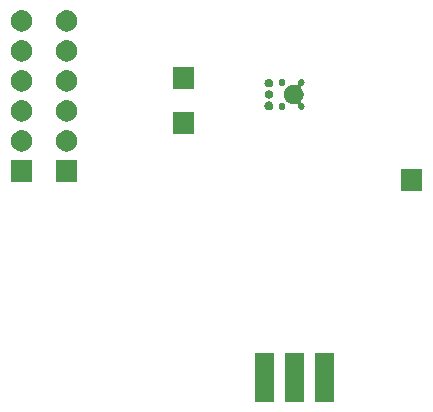
<source format=gbs>
G04 #@! TF.GenerationSoftware,KiCad,Pcbnew,(5.1.6)-1*
G04 #@! TF.CreationDate,2020-10-27T13:23:37+01:00*
G04 #@! TF.ProjectId,SoundModulev2,536f756e-644d-46f6-9475-6c6576322e6b,rev?*
G04 #@! TF.SameCoordinates,Original*
G04 #@! TF.FileFunction,Soldermask,Bot*
G04 #@! TF.FilePolarity,Negative*
%FSLAX46Y46*%
G04 Gerber Fmt 4.6, Leading zero omitted, Abs format (unit mm)*
G04 Created by KiCad (PCBNEW (5.1.6)-1) date 2020-10-27 13:23:37*
%MOMM*%
%LPD*%
G01*
G04 APERTURE LIST*
%ADD10C,0.100000*%
G04 APERTURE END LIST*
D10*
G36*
X120754340Y-103969520D02*
G01*
X119128340Y-103969520D01*
X119128340Y-99867520D01*
X120754340Y-99867520D01*
X120754340Y-103969520D01*
G37*
G36*
X123294340Y-103969520D02*
G01*
X121668340Y-103969520D01*
X121668340Y-99867520D01*
X123294340Y-99867520D01*
X123294340Y-103969520D01*
G37*
G36*
X125834340Y-103969520D02*
G01*
X124208340Y-103969520D01*
X124208340Y-99867520D01*
X125834340Y-99867520D01*
X125834340Y-103969520D01*
G37*
G36*
X133306120Y-86097680D02*
G01*
X131504120Y-86097680D01*
X131504120Y-84295680D01*
X133306120Y-84295680D01*
X133306120Y-86097680D01*
G37*
G36*
X104096120Y-85335680D02*
G01*
X102294120Y-85335680D01*
X102294120Y-83533680D01*
X104096120Y-83533680D01*
X104096120Y-85335680D01*
G37*
G36*
X100286120Y-85335680D02*
G01*
X98484120Y-85335680D01*
X98484120Y-83533680D01*
X100286120Y-83533680D01*
X100286120Y-85335680D01*
G37*
G36*
X103308632Y-80998607D02*
G01*
X103457932Y-81028304D01*
X103621904Y-81096224D01*
X103769474Y-81194827D01*
X103894973Y-81320326D01*
X103993576Y-81467896D01*
X104061496Y-81631868D01*
X104096120Y-81805939D01*
X104096120Y-81983421D01*
X104061496Y-82157492D01*
X103993576Y-82321464D01*
X103894973Y-82469034D01*
X103769474Y-82594533D01*
X103621904Y-82693136D01*
X103457932Y-82761056D01*
X103308632Y-82790753D01*
X103283862Y-82795680D01*
X103106378Y-82795680D01*
X103081608Y-82790753D01*
X102932308Y-82761056D01*
X102768336Y-82693136D01*
X102620766Y-82594533D01*
X102495267Y-82469034D01*
X102396664Y-82321464D01*
X102328744Y-82157492D01*
X102294120Y-81983421D01*
X102294120Y-81805939D01*
X102328744Y-81631868D01*
X102396664Y-81467896D01*
X102495267Y-81320326D01*
X102620766Y-81194827D01*
X102768336Y-81096224D01*
X102932308Y-81028304D01*
X103081608Y-80998607D01*
X103106378Y-80993680D01*
X103283862Y-80993680D01*
X103308632Y-80998607D01*
G37*
G36*
X99498632Y-80998607D02*
G01*
X99647932Y-81028304D01*
X99811904Y-81096224D01*
X99959474Y-81194827D01*
X100084973Y-81320326D01*
X100183576Y-81467896D01*
X100251496Y-81631868D01*
X100286120Y-81805939D01*
X100286120Y-81983421D01*
X100251496Y-82157492D01*
X100183576Y-82321464D01*
X100084973Y-82469034D01*
X99959474Y-82594533D01*
X99811904Y-82693136D01*
X99647932Y-82761056D01*
X99498632Y-82790753D01*
X99473862Y-82795680D01*
X99296378Y-82795680D01*
X99271608Y-82790753D01*
X99122308Y-82761056D01*
X98958336Y-82693136D01*
X98810766Y-82594533D01*
X98685267Y-82469034D01*
X98586664Y-82321464D01*
X98518744Y-82157492D01*
X98484120Y-81983421D01*
X98484120Y-81805939D01*
X98518744Y-81631868D01*
X98586664Y-81467896D01*
X98685267Y-81320326D01*
X98810766Y-81194827D01*
X98958336Y-81096224D01*
X99122308Y-81028304D01*
X99271608Y-80998607D01*
X99296378Y-80993680D01*
X99473862Y-80993680D01*
X99498632Y-80998607D01*
G37*
G36*
X114002120Y-81271680D02*
G01*
X112200120Y-81271680D01*
X112200120Y-79469680D01*
X114002120Y-79469680D01*
X114002120Y-81271680D01*
G37*
G36*
X99498632Y-78458607D02*
G01*
X99647932Y-78488304D01*
X99811904Y-78556224D01*
X99959474Y-78654827D01*
X100084973Y-78780326D01*
X100183576Y-78927896D01*
X100251496Y-79091868D01*
X100277519Y-79222699D01*
X100284320Y-79256887D01*
X100286120Y-79265939D01*
X100286120Y-79443421D01*
X100251496Y-79617492D01*
X100183576Y-79781464D01*
X100084973Y-79929034D01*
X99959474Y-80054533D01*
X99811904Y-80153136D01*
X99647932Y-80221056D01*
X99498632Y-80250753D01*
X99473862Y-80255680D01*
X99296378Y-80255680D01*
X99271608Y-80250753D01*
X99122308Y-80221056D01*
X98958336Y-80153136D01*
X98810766Y-80054533D01*
X98685267Y-79929034D01*
X98586664Y-79781464D01*
X98518744Y-79617492D01*
X98484120Y-79443421D01*
X98484120Y-79265939D01*
X98485921Y-79256887D01*
X98492721Y-79222699D01*
X98518744Y-79091868D01*
X98586664Y-78927896D01*
X98685267Y-78780326D01*
X98810766Y-78654827D01*
X98958336Y-78556224D01*
X99122308Y-78488304D01*
X99271608Y-78458607D01*
X99296378Y-78453680D01*
X99473862Y-78453680D01*
X99498632Y-78458607D01*
G37*
G36*
X103308632Y-78458607D02*
G01*
X103457932Y-78488304D01*
X103621904Y-78556224D01*
X103769474Y-78654827D01*
X103894973Y-78780326D01*
X103993576Y-78927896D01*
X104061496Y-79091868D01*
X104087519Y-79222699D01*
X104094320Y-79256887D01*
X104096120Y-79265939D01*
X104096120Y-79443421D01*
X104061496Y-79617492D01*
X103993576Y-79781464D01*
X103894973Y-79929034D01*
X103769474Y-80054533D01*
X103621904Y-80153136D01*
X103457932Y-80221056D01*
X103308632Y-80250753D01*
X103283862Y-80255680D01*
X103106378Y-80255680D01*
X103081608Y-80250753D01*
X102932308Y-80221056D01*
X102768336Y-80153136D01*
X102620766Y-80054533D01*
X102495267Y-79929034D01*
X102396664Y-79781464D01*
X102328744Y-79617492D01*
X102294120Y-79443421D01*
X102294120Y-79265939D01*
X102295921Y-79256887D01*
X102302721Y-79222699D01*
X102328744Y-79091868D01*
X102396664Y-78927896D01*
X102495267Y-78780326D01*
X102620766Y-78654827D01*
X102768336Y-78556224D01*
X102932308Y-78488304D01*
X103081608Y-78458607D01*
X103106378Y-78453680D01*
X103283862Y-78453680D01*
X103308632Y-78458607D01*
G37*
G36*
X120339447Y-78532368D02*
G01*
X120361058Y-78543919D01*
X120384506Y-78551032D01*
X120440292Y-78562129D01*
X120440294Y-78562130D01*
X120440295Y-78562130D01*
X120508723Y-78590473D01*
X120570306Y-78631622D01*
X120622678Y-78683994D01*
X120663827Y-78745577D01*
X120692170Y-78814005D01*
X120692171Y-78814008D01*
X120706620Y-78886646D01*
X120706620Y-78960714D01*
X120698536Y-79001356D01*
X120692170Y-79033355D01*
X120663827Y-79101783D01*
X120622678Y-79163366D01*
X120570306Y-79215738D01*
X120508723Y-79256887D01*
X120440295Y-79285230D01*
X120440294Y-79285230D01*
X120440292Y-79285231D01*
X120367654Y-79299680D01*
X120293586Y-79299680D01*
X120220948Y-79285231D01*
X120220946Y-79285230D01*
X120220945Y-79285230D01*
X120152517Y-79256887D01*
X120090934Y-79215738D01*
X120038562Y-79163366D01*
X119997413Y-79101783D01*
X119969070Y-79033355D01*
X119962705Y-79001356D01*
X119954620Y-78960714D01*
X119954620Y-78886646D01*
X119969069Y-78814008D01*
X119969070Y-78814005D01*
X119997413Y-78745577D01*
X120038562Y-78683994D01*
X120090934Y-78631622D01*
X120152517Y-78590473D01*
X120220945Y-78562130D01*
X120220946Y-78562130D01*
X120220948Y-78562129D01*
X120276734Y-78551032D01*
X120300183Y-78543919D01*
X120321794Y-78532368D01*
X120330621Y-78525124D01*
X120339447Y-78532368D01*
G37*
G36*
X121512585Y-78703478D02*
G01*
X121563724Y-78724661D01*
X121609747Y-78755413D01*
X121648887Y-78794553D01*
X121679639Y-78840576D01*
X121700822Y-78891715D01*
X121711620Y-78946004D01*
X121711620Y-79001356D01*
X121700822Y-79055645D01*
X121679639Y-79106784D01*
X121648887Y-79152807D01*
X121609747Y-79191947D01*
X121563724Y-79222699D01*
X121512585Y-79243882D01*
X121458296Y-79254680D01*
X121402944Y-79254680D01*
X121348655Y-79243882D01*
X121297516Y-79222699D01*
X121251493Y-79191947D01*
X121212353Y-79152807D01*
X121181601Y-79106784D01*
X121160418Y-79055645D01*
X121149620Y-79001356D01*
X121149620Y-78946004D01*
X121160418Y-78891715D01*
X121181601Y-78840576D01*
X121212353Y-78794553D01*
X121251493Y-78755413D01*
X121297516Y-78724661D01*
X121348655Y-78703478D01*
X121402944Y-78692680D01*
X121458296Y-78692680D01*
X121512585Y-78703478D01*
G37*
G36*
X123152585Y-76673478D02*
G01*
X123203724Y-76694661D01*
X123249747Y-76725413D01*
X123288887Y-76764553D01*
X123319639Y-76810576D01*
X123340822Y-76861715D01*
X123351620Y-76916004D01*
X123351620Y-76971356D01*
X123340822Y-77025645D01*
X123319639Y-77076784D01*
X123288887Y-77122807D01*
X123249747Y-77161947D01*
X123203724Y-77192699D01*
X123152585Y-77213882D01*
X123138757Y-77216632D01*
X123115319Y-77223742D01*
X123093708Y-77235293D01*
X123074766Y-77250838D01*
X123059221Y-77269779D01*
X123047669Y-77291390D01*
X123040556Y-77314839D01*
X123038154Y-77339225D01*
X123040556Y-77363611D01*
X123047669Y-77387060D01*
X123059220Y-77408671D01*
X123074760Y-77427608D01*
X123076100Y-77428948D01*
X123133285Y-77514532D01*
X123167044Y-77565056D01*
X123229686Y-77716286D01*
X123261620Y-77876832D01*
X123261620Y-78040528D01*
X123229686Y-78201074D01*
X123175560Y-78331745D01*
X123167043Y-78352306D01*
X123076100Y-78488412D01*
X123074760Y-78489752D01*
X123059220Y-78508688D01*
X123047669Y-78530299D01*
X123040556Y-78553748D01*
X123038154Y-78578134D01*
X123040556Y-78602520D01*
X123047669Y-78625969D01*
X123059220Y-78647580D01*
X123074765Y-78666522D01*
X123093707Y-78682067D01*
X123115318Y-78693618D01*
X123138757Y-78700728D01*
X123152585Y-78703478D01*
X123203724Y-78724661D01*
X123249747Y-78755413D01*
X123288887Y-78794553D01*
X123319639Y-78840576D01*
X123340822Y-78891715D01*
X123351620Y-78946004D01*
X123351620Y-79001356D01*
X123340822Y-79055645D01*
X123319639Y-79106784D01*
X123288887Y-79152807D01*
X123249747Y-79191947D01*
X123203724Y-79222699D01*
X123152585Y-79243882D01*
X123098296Y-79254680D01*
X123042944Y-79254680D01*
X122988655Y-79243882D01*
X122937516Y-79222699D01*
X122891493Y-79191947D01*
X122852353Y-79152807D01*
X122821601Y-79106784D01*
X122800418Y-79055645D01*
X122789620Y-79001356D01*
X122789620Y-78946004D01*
X122796918Y-78909313D01*
X122799319Y-78884935D01*
X122796917Y-78860548D01*
X122789804Y-78837099D01*
X122778253Y-78815489D01*
X122762708Y-78796547D01*
X122743766Y-78781001D01*
X122722156Y-78769450D01*
X122698707Y-78762337D01*
X122674321Y-78759935D01*
X122649934Y-78762337D01*
X122512468Y-78789680D01*
X122348772Y-78789680D01*
X122188226Y-78757746D01*
X122036996Y-78695104D01*
X122036995Y-78695104D01*
X122036994Y-78695103D01*
X121900888Y-78604160D01*
X121785140Y-78488412D01*
X121694197Y-78352306D01*
X121685680Y-78331745D01*
X121631554Y-78201074D01*
X121599620Y-78040528D01*
X121599620Y-77876832D01*
X121631554Y-77716286D01*
X121694196Y-77565056D01*
X121727955Y-77514532D01*
X121785140Y-77428948D01*
X121900888Y-77313200D01*
X122036994Y-77222257D01*
X122050581Y-77216629D01*
X122188226Y-77159614D01*
X122348772Y-77127680D01*
X122512468Y-77127680D01*
X122649934Y-77155023D01*
X122674321Y-77157425D01*
X122698707Y-77155023D01*
X122722156Y-77147910D01*
X122743766Y-77136359D01*
X122762708Y-77120813D01*
X122778253Y-77101871D01*
X122789804Y-77080260D01*
X122796917Y-77056812D01*
X122799319Y-77032425D01*
X122796918Y-77008047D01*
X122789620Y-76971356D01*
X122789620Y-76916004D01*
X122800418Y-76861715D01*
X122821601Y-76810576D01*
X122852353Y-76764553D01*
X122891493Y-76725413D01*
X122937516Y-76694661D01*
X122988655Y-76673478D01*
X123042944Y-76662680D01*
X123098296Y-76662680D01*
X123152585Y-76673478D01*
G37*
G36*
X120339446Y-77592858D02*
G01*
X120361057Y-77604409D01*
X120384505Y-77611522D01*
X120433003Y-77621169D01*
X120433006Y-77621170D01*
X120433005Y-77621170D01*
X120496878Y-77647626D01*
X120554368Y-77686040D01*
X120603260Y-77734932D01*
X120641674Y-77792422D01*
X120663244Y-77844498D01*
X120668131Y-77856297D01*
X120681620Y-77924110D01*
X120681620Y-77993250D01*
X120668131Y-78061063D01*
X120668130Y-78061065D01*
X120641674Y-78124938D01*
X120603260Y-78182428D01*
X120554368Y-78231320D01*
X120496878Y-78269734D01*
X120444802Y-78291304D01*
X120433003Y-78296191D01*
X120387291Y-78305284D01*
X120384505Y-78305838D01*
X120361056Y-78312951D01*
X120339445Y-78324503D01*
X120330620Y-78331745D01*
X120321794Y-78324502D01*
X120300183Y-78312951D01*
X120276735Y-78305838D01*
X120273949Y-78305284D01*
X120228237Y-78296191D01*
X120216438Y-78291304D01*
X120164362Y-78269734D01*
X120106872Y-78231320D01*
X120057980Y-78182428D01*
X120019566Y-78124938D01*
X119993110Y-78061065D01*
X119993109Y-78061063D01*
X119979620Y-77993250D01*
X119979620Y-77924110D01*
X119993109Y-77856297D01*
X119997996Y-77844498D01*
X120019566Y-77792422D01*
X120057980Y-77734932D01*
X120106872Y-77686040D01*
X120164362Y-77647626D01*
X120228235Y-77621170D01*
X120228234Y-77621170D01*
X120228237Y-77621169D01*
X120276735Y-77611522D01*
X120300184Y-77604409D01*
X120321795Y-77592857D01*
X120330620Y-77585615D01*
X120339446Y-77592858D01*
G37*
G36*
X99498632Y-75918607D02*
G01*
X99647932Y-75948304D01*
X99811904Y-76016224D01*
X99959474Y-76114827D01*
X100084973Y-76240326D01*
X100183576Y-76387896D01*
X100251496Y-76551868D01*
X100273537Y-76662680D01*
X100286016Y-76725413D01*
X100286120Y-76725939D01*
X100286120Y-76903421D01*
X100251496Y-77077492D01*
X100183576Y-77241464D01*
X100084973Y-77389034D01*
X99959474Y-77514533D01*
X99811904Y-77613136D01*
X99647932Y-77681056D01*
X99498632Y-77710753D01*
X99473862Y-77715680D01*
X99296378Y-77715680D01*
X99271608Y-77710753D01*
X99122308Y-77681056D01*
X98958336Y-77613136D01*
X98810766Y-77514533D01*
X98685267Y-77389034D01*
X98586664Y-77241464D01*
X98518744Y-77077492D01*
X98484120Y-76903421D01*
X98484120Y-76725939D01*
X98484225Y-76725413D01*
X98496703Y-76662680D01*
X98518744Y-76551868D01*
X98586664Y-76387896D01*
X98685267Y-76240326D01*
X98810766Y-76114827D01*
X98958336Y-76016224D01*
X99122308Y-75948304D01*
X99271608Y-75918607D01*
X99296378Y-75913680D01*
X99473862Y-75913680D01*
X99498632Y-75918607D01*
G37*
G36*
X103308632Y-75918607D02*
G01*
X103457932Y-75948304D01*
X103621904Y-76016224D01*
X103769474Y-76114827D01*
X103894973Y-76240326D01*
X103993576Y-76387896D01*
X104061496Y-76551868D01*
X104083537Y-76662680D01*
X104096016Y-76725413D01*
X104096120Y-76725939D01*
X104096120Y-76903421D01*
X104061496Y-77077492D01*
X103993576Y-77241464D01*
X103894973Y-77389034D01*
X103769474Y-77514533D01*
X103621904Y-77613136D01*
X103457932Y-77681056D01*
X103308632Y-77710753D01*
X103283862Y-77715680D01*
X103106378Y-77715680D01*
X103081608Y-77710753D01*
X102932308Y-77681056D01*
X102768336Y-77613136D01*
X102620766Y-77514533D01*
X102495267Y-77389034D01*
X102396664Y-77241464D01*
X102328744Y-77077492D01*
X102294120Y-76903421D01*
X102294120Y-76725939D01*
X102294225Y-76725413D01*
X102306703Y-76662680D01*
X102328744Y-76551868D01*
X102396664Y-76387896D01*
X102495267Y-76240326D01*
X102620766Y-76114827D01*
X102768336Y-76016224D01*
X102932308Y-75948304D01*
X103081608Y-75918607D01*
X103106378Y-75913680D01*
X103283862Y-75913680D01*
X103308632Y-75918607D01*
G37*
G36*
X114002120Y-77461680D02*
G01*
X112200120Y-77461680D01*
X112200120Y-75659680D01*
X114002120Y-75659680D01*
X114002120Y-77461680D01*
G37*
G36*
X120440292Y-76632129D02*
G01*
X120440294Y-76632130D01*
X120440295Y-76632130D01*
X120508723Y-76660473D01*
X120570306Y-76701622D01*
X120622678Y-76753994D01*
X120663827Y-76815577D01*
X120692170Y-76884005D01*
X120692171Y-76884008D01*
X120706620Y-76956646D01*
X120706620Y-77030714D01*
X120692466Y-77101871D01*
X120692170Y-77103355D01*
X120663827Y-77171783D01*
X120622678Y-77233366D01*
X120570306Y-77285738D01*
X120508723Y-77326887D01*
X120440295Y-77355230D01*
X120440294Y-77355230D01*
X120440292Y-77355231D01*
X120384506Y-77366328D01*
X120361057Y-77373441D01*
X120339446Y-77384992D01*
X120330619Y-77392236D01*
X120321793Y-77384992D01*
X120300182Y-77373441D01*
X120276734Y-77366328D01*
X120220948Y-77355231D01*
X120220946Y-77355230D01*
X120220945Y-77355230D01*
X120152517Y-77326887D01*
X120090934Y-77285738D01*
X120038562Y-77233366D01*
X119997413Y-77171783D01*
X119969070Y-77103355D01*
X119968775Y-77101871D01*
X119954620Y-77030714D01*
X119954620Y-76956646D01*
X119969069Y-76884008D01*
X119969070Y-76884005D01*
X119997413Y-76815577D01*
X120038562Y-76753994D01*
X120090934Y-76701622D01*
X120152517Y-76660473D01*
X120220945Y-76632130D01*
X120220946Y-76632130D01*
X120220948Y-76632129D01*
X120293586Y-76617680D01*
X120367654Y-76617680D01*
X120440292Y-76632129D01*
G37*
G36*
X121512585Y-76673478D02*
G01*
X121563724Y-76694661D01*
X121609747Y-76725413D01*
X121648887Y-76764553D01*
X121679639Y-76810576D01*
X121700822Y-76861715D01*
X121711620Y-76916004D01*
X121711620Y-76971356D01*
X121700822Y-77025645D01*
X121679639Y-77076784D01*
X121648887Y-77122807D01*
X121609747Y-77161947D01*
X121563724Y-77192699D01*
X121512585Y-77213882D01*
X121458296Y-77224680D01*
X121402944Y-77224680D01*
X121348655Y-77213882D01*
X121297516Y-77192699D01*
X121251493Y-77161947D01*
X121212353Y-77122807D01*
X121181601Y-77076784D01*
X121160418Y-77025645D01*
X121149620Y-76971356D01*
X121149620Y-76916004D01*
X121160418Y-76861715D01*
X121181601Y-76810576D01*
X121212353Y-76764553D01*
X121251493Y-76725413D01*
X121297516Y-76694661D01*
X121348655Y-76673478D01*
X121402944Y-76662680D01*
X121458296Y-76662680D01*
X121512585Y-76673478D01*
G37*
G36*
X99498632Y-73378607D02*
G01*
X99647932Y-73408304D01*
X99811904Y-73476224D01*
X99959474Y-73574827D01*
X100084973Y-73700326D01*
X100183576Y-73847896D01*
X100251496Y-74011868D01*
X100286120Y-74185939D01*
X100286120Y-74363421D01*
X100251496Y-74537492D01*
X100183576Y-74701464D01*
X100084973Y-74849034D01*
X99959474Y-74974533D01*
X99811904Y-75073136D01*
X99647932Y-75141056D01*
X99498632Y-75170753D01*
X99473862Y-75175680D01*
X99296378Y-75175680D01*
X99271608Y-75170753D01*
X99122308Y-75141056D01*
X98958336Y-75073136D01*
X98810766Y-74974533D01*
X98685267Y-74849034D01*
X98586664Y-74701464D01*
X98518744Y-74537492D01*
X98484120Y-74363421D01*
X98484120Y-74185939D01*
X98518744Y-74011868D01*
X98586664Y-73847896D01*
X98685267Y-73700326D01*
X98810766Y-73574827D01*
X98958336Y-73476224D01*
X99122308Y-73408304D01*
X99271608Y-73378607D01*
X99296378Y-73373680D01*
X99473862Y-73373680D01*
X99498632Y-73378607D01*
G37*
G36*
X103308632Y-73378607D02*
G01*
X103457932Y-73408304D01*
X103621904Y-73476224D01*
X103769474Y-73574827D01*
X103894973Y-73700326D01*
X103993576Y-73847896D01*
X104061496Y-74011868D01*
X104096120Y-74185939D01*
X104096120Y-74363421D01*
X104061496Y-74537492D01*
X103993576Y-74701464D01*
X103894973Y-74849034D01*
X103769474Y-74974533D01*
X103621904Y-75073136D01*
X103457932Y-75141056D01*
X103308632Y-75170753D01*
X103283862Y-75175680D01*
X103106378Y-75175680D01*
X103081608Y-75170753D01*
X102932308Y-75141056D01*
X102768336Y-75073136D01*
X102620766Y-74974533D01*
X102495267Y-74849034D01*
X102396664Y-74701464D01*
X102328744Y-74537492D01*
X102294120Y-74363421D01*
X102294120Y-74185939D01*
X102328744Y-74011868D01*
X102396664Y-73847896D01*
X102495267Y-73700326D01*
X102620766Y-73574827D01*
X102768336Y-73476224D01*
X102932308Y-73408304D01*
X103081608Y-73378607D01*
X103106378Y-73373680D01*
X103283862Y-73373680D01*
X103308632Y-73378607D01*
G37*
G36*
X103308632Y-70838607D02*
G01*
X103457932Y-70868304D01*
X103621904Y-70936224D01*
X103769474Y-71034827D01*
X103894973Y-71160326D01*
X103993576Y-71307896D01*
X104061496Y-71471868D01*
X104096120Y-71645939D01*
X104096120Y-71823421D01*
X104061496Y-71997492D01*
X103993576Y-72161464D01*
X103894973Y-72309034D01*
X103769474Y-72434533D01*
X103621904Y-72533136D01*
X103457932Y-72601056D01*
X103308632Y-72630753D01*
X103283862Y-72635680D01*
X103106378Y-72635680D01*
X103081608Y-72630753D01*
X102932308Y-72601056D01*
X102768336Y-72533136D01*
X102620766Y-72434533D01*
X102495267Y-72309034D01*
X102396664Y-72161464D01*
X102328744Y-71997492D01*
X102294120Y-71823421D01*
X102294120Y-71645939D01*
X102328744Y-71471868D01*
X102396664Y-71307896D01*
X102495267Y-71160326D01*
X102620766Y-71034827D01*
X102768336Y-70936224D01*
X102932308Y-70868304D01*
X103081608Y-70838607D01*
X103106378Y-70833680D01*
X103283862Y-70833680D01*
X103308632Y-70838607D01*
G37*
G36*
X99498632Y-70838607D02*
G01*
X99647932Y-70868304D01*
X99811904Y-70936224D01*
X99959474Y-71034827D01*
X100084973Y-71160326D01*
X100183576Y-71307896D01*
X100251496Y-71471868D01*
X100286120Y-71645939D01*
X100286120Y-71823421D01*
X100251496Y-71997492D01*
X100183576Y-72161464D01*
X100084973Y-72309034D01*
X99959474Y-72434533D01*
X99811904Y-72533136D01*
X99647932Y-72601056D01*
X99498632Y-72630753D01*
X99473862Y-72635680D01*
X99296378Y-72635680D01*
X99271608Y-72630753D01*
X99122308Y-72601056D01*
X98958336Y-72533136D01*
X98810766Y-72434533D01*
X98685267Y-72309034D01*
X98586664Y-72161464D01*
X98518744Y-71997492D01*
X98484120Y-71823421D01*
X98484120Y-71645939D01*
X98518744Y-71471868D01*
X98586664Y-71307896D01*
X98685267Y-71160326D01*
X98810766Y-71034827D01*
X98958336Y-70936224D01*
X99122308Y-70868304D01*
X99271608Y-70838607D01*
X99296378Y-70833680D01*
X99473862Y-70833680D01*
X99498632Y-70838607D01*
G37*
M02*

</source>
